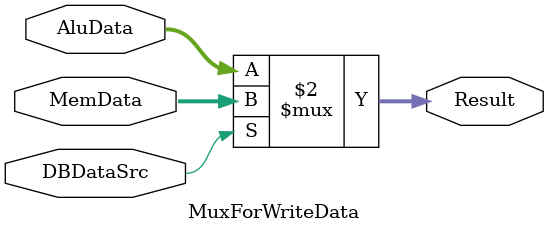
<source format=v>
`timescale 1ns / 1ps


module MuxForWriteData(
    input DBDataSrc,
    input [31:0] AluData,
    input [31:0] MemData,
    output [31:0] Result
    );
    assign Result = (DBDataSrc == 1)? MemData: AluData; 
endmodule

</source>
